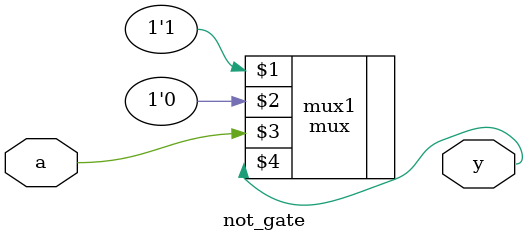
<source format=v>
module not_gate(a,y);

input a;
output y;

mux mux1(1'b1,1'b0,a,y);


endmodule

</source>
